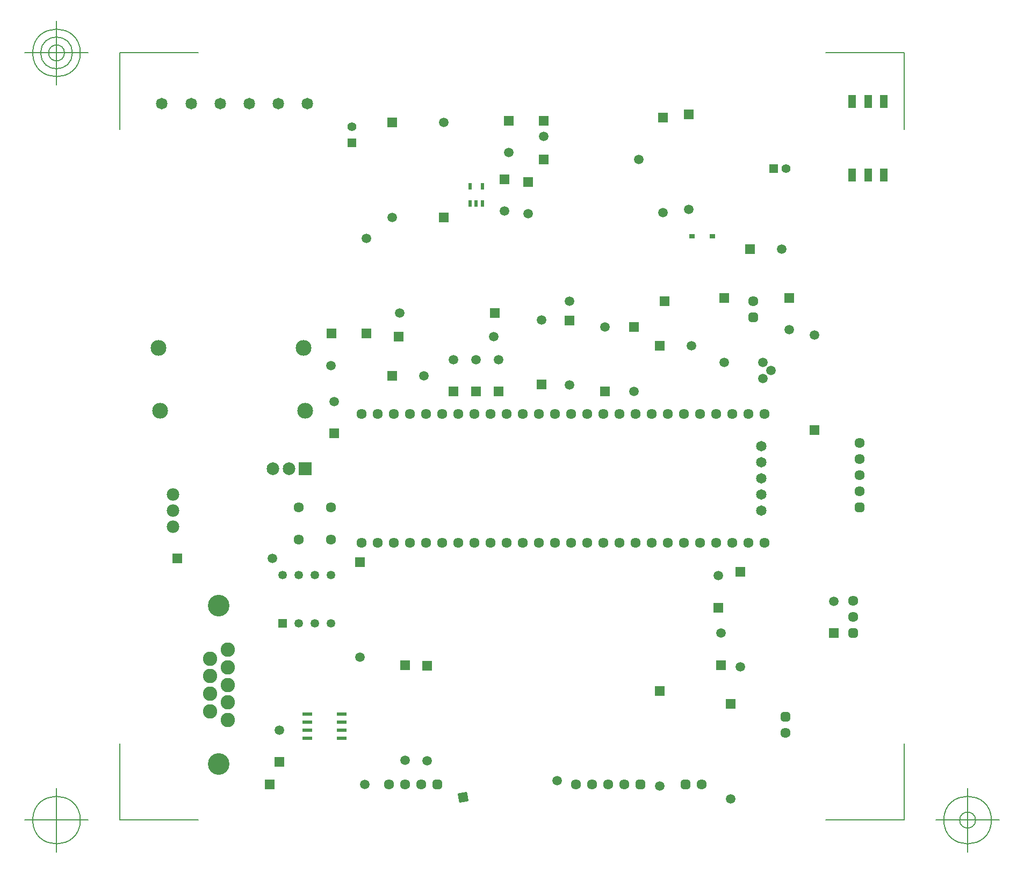
<source format=gbr>
G04 Generated by Ultiboard 13.0 *
%FSLAX34Y34*%
%MOMM*%

%ADD10C,0.0001*%
%ADD11C,0.1270*%
%ADD12C,3.4036*%
%ADD13C,2.2600*%
%ADD14C,1.6088*%
%ADD15C,1.6510*%
%ADD16C,1.5076*%
%ADD17R,0.5291X0.5291*%
%ADD18C,0.9949*%
%ADD19C,1.9898*%
%ADD20C,2.4978*%
%ADD21C,1.5000*%
%ADD22R,1.5000X1.5000*%
%ADD23P,2.1213X4X55*%
%ADD24C,1.9930*%
%ADD25R,1.9930X1.9930*%
%ADD26C,1.8202*%
%ADD27R,0.5500X1.1000*%
%ADD28C,1.4000*%
%ADD29R,1.4000X1.4000*%
%ADD30R,1.1700X2.0800*%
%ADD31R,1.3446X1.3446*%
%ADD32C,1.3446*%
%ADD33R,1.5500X0.6000*%
%ADD34R,0.8200X0.7600*%


G04 ColorRGB FF00CC for the following layer *
%LNSolder Mask Top*%
%LPD*%
G54D10*
G54D11*
X251476Y-91880D02*
X251476Y29107D01*
X251476Y-91880D02*
X375056Y-91880D01*
X1487274Y-91880D02*
X1363694Y-91880D01*
X1487274Y-91880D02*
X1487274Y29107D01*
X1487274Y1117994D02*
X1487274Y997007D01*
X1487274Y1117994D02*
X1363694Y1117994D01*
X251476Y1117994D02*
X375056Y1117994D01*
X251476Y1117994D02*
X251476Y997007D01*
X201476Y-91880D02*
X101476Y-91880D01*
X151476Y-141880D02*
X151476Y-41880D01*
X113976Y-91880D02*
G75*
D01*
G02X113976Y-91880I37500J0*
G01*
X1537274Y-91880D02*
X1637274Y-91880D01*
X1587274Y-141880D02*
X1587274Y-41880D01*
X1549774Y-91880D02*
G75*
D01*
G02X1549774Y-91880I37500J0*
G01*
X1574774Y-91880D02*
G75*
D01*
G02X1574774Y-91880I12500J0*
G01*
X201476Y1117994D02*
X101476Y1117994D01*
X151476Y1067994D02*
X151476Y1167994D01*
X113976Y1117994D02*
G75*
D01*
G02X113976Y1117994I37500J0*
G01*
X126476Y1117994D02*
G75*
D01*
G02X126476Y1117994I25000J0*
G01*
X138976Y1117994D02*
G75*
D01*
G02X138976Y1117994I12500J0*
G01*
G54D12*
X407416Y246380D03*
X407416Y-3556D03*
G54D13*
X421640Y66040D03*
X421640Y93726D03*
X421640Y121412D03*
X421640Y149098D03*
X421640Y176784D03*
X393192Y79883D03*
X393192Y107569D03*
X393192Y135255D03*
X393192Y162941D03*
G54D14*
X632460Y548640D03*
X657860Y548640D03*
X683260Y548640D03*
X708660Y548640D03*
X734060Y548640D03*
X759460Y548640D03*
X784860Y548640D03*
X810260Y548640D03*
X835660Y548640D03*
X861060Y548640D03*
X886460Y548640D03*
X911860Y548640D03*
X937260Y548640D03*
X962660Y548640D03*
X988060Y548640D03*
X1013460Y548640D03*
X1038860Y548640D03*
X1064260Y548640D03*
X1089660Y548640D03*
X1115060Y548640D03*
X1140460Y548640D03*
X1165860Y548640D03*
X1191260Y548640D03*
X1242060Y548640D03*
X632460Y345440D03*
X657860Y345440D03*
X683260Y345440D03*
X708660Y345440D03*
X734060Y345440D03*
X759460Y345440D03*
X784860Y345440D03*
X810260Y345440D03*
X835660Y345440D03*
X861060Y345440D03*
X886460Y345440D03*
X911860Y345440D03*
X937260Y345440D03*
X962660Y345440D03*
X988060Y345440D03*
X1013460Y345440D03*
X1038860Y345440D03*
X1064260Y345440D03*
X1089660Y345440D03*
X1115060Y345440D03*
X1140460Y345440D03*
X1165860Y345440D03*
X1191260Y345440D03*
X1216660Y345440D03*
X1242060Y345440D03*
X1267460Y345440D03*
X1267460Y548640D03*
X1216660Y548640D03*
X584200Y350520D03*
X584200Y401320D03*
X533400Y350520D03*
X533400Y401320D03*
X701040Y-35560D03*
X726440Y-35560D03*
X675640Y-35560D03*
X1046480Y-35560D03*
X1021080Y-35560D03*
X970280Y-35560D03*
X995680Y-35560D03*
X1168400Y-35560D03*
X1300480Y45720D03*
X1249680Y726440D03*
X1417320Y426720D03*
X1417320Y452120D03*
X1417320Y502920D03*
X1417320Y477520D03*
X1407160Y228600D03*
X1407160Y254000D03*
G54D15*
X1262380Y497840D03*
X1262380Y472440D03*
X1262380Y447040D03*
X1262380Y421640D03*
X1262380Y396240D03*
G54D16*
X1264920Y604520D03*
X1277620Y617220D03*
X1264920Y629920D03*
G54D17*
X751840Y-35560D03*
X1071880Y-35560D03*
X1143000Y-35560D03*
X1300480Y71120D03*
X1249680Y701040D03*
X1417320Y401320D03*
X1407160Y203200D03*
G54D18*
X749195Y-38205D02*
X754485Y-38205D01*
X754485Y-32915D01*
X749195Y-32915D01*
X749195Y-38205D01*D02*
X1069235Y-38205D02*
X1074525Y-38205D01*
X1074525Y-32915D01*
X1069235Y-32915D01*
X1069235Y-38205D01*D02*
X1140355Y-38205D02*
X1145645Y-38205D01*
X1145645Y-32915D01*
X1140355Y-32915D01*
X1140355Y-38205D01*D02*
X1297835Y68475D02*
X1303125Y68475D01*
X1303125Y73765D01*
X1297835Y73765D01*
X1297835Y68475D01*D02*
X1247035Y698395D02*
X1252325Y698395D01*
X1252325Y703685D01*
X1247035Y703685D01*
X1247035Y698395D01*D02*
X1414675Y398675D02*
X1419965Y398675D01*
X1419965Y403965D01*
X1414675Y403965D01*
X1414675Y398675D01*D02*
X1404515Y200555D02*
X1409805Y200555D01*
X1409805Y205845D01*
X1404515Y205845D01*
X1404515Y200555D01*D02*
G54D19*
X335280Y370840D03*
X335280Y421640D03*
X335280Y396240D03*
G54D20*
X541123Y652883D03*
X312523Y652883D03*
X543560Y553720D03*
X314960Y553720D03*
G54D21*
X588780Y568160D03*
X1102360Y-38240D03*
X960120Y594360D03*
X915498Y696820D03*
X1016000Y685800D03*
X1061720Y584200D03*
X1152360Y655820D03*
X1198880Y203200D03*
X1229360Y149720D03*
X1194800Y293640D03*
X847860Y634200D03*
X812300Y634200D03*
X776740Y634200D03*
X840880Y670560D03*
X692230Y707470D03*
X730120Y608700D03*
X491710Y321090D03*
X940201Y-29833D03*
X1306060Y681520D03*
X637680Y-35560D03*
X502420Y50000D03*
X701040Y2400D03*
X735250Y1350D03*
X1203960Y629920D03*
X960120Y726740D03*
X1214120Y-58560D03*
X629920Y164960D03*
X1346200Y673240D03*
X1376180Y253200D03*
X640080Y825640D03*
X857020Y868680D03*
X680420Y858520D03*
X762000Y1008520D03*
X1107440Y866000D03*
X1148080Y871080D03*
X1069480Y949960D03*
X864100Y960920D03*
X919480Y985920D03*
X894580Y864400D03*
X584200Y624840D03*
X1294600Y808220D03*
G54D22*
X588780Y518160D03*
X1102360Y111760D03*
X960120Y695960D03*
X915498Y595220D03*
X1016000Y584200D03*
X1061720Y685800D03*
X1102360Y655820D03*
X1198380Y152400D03*
X1229360Y299720D03*
X1194300Y242840D03*
X847860Y584200D03*
X812300Y584200D03*
X776740Y584200D03*
X690880Y670560D03*
X842230Y707470D03*
X680120Y608700D03*
X341710Y321090D03*
X1306060Y731520D03*
X487680Y-35560D03*
X502420Y0D03*
X701040Y152400D03*
X735250Y151350D03*
X1203960Y731520D03*
X1110120Y726740D03*
X1214120Y91440D03*
X629920Y314960D03*
X1346200Y523240D03*
X1376180Y203200D03*
X640080Y675640D03*
X857020Y918680D03*
X680420Y1008520D03*
X762000Y858520D03*
X1107440Y1016000D03*
X1148080Y1021080D03*
X919480Y949960D03*
X864100Y1010920D03*
X919480Y1010920D03*
X894580Y914400D03*
X584700Y675640D03*
X1244600Y808220D03*
G54D23*
X792480Y-55880D03*
G54D24*
X492760Y462280D03*
X518160Y462280D03*
G54D25*
X543560Y462280D03*
G54D26*
X409307Y1038109D03*
X455205Y1038109D03*
X501104Y1038109D03*
X547003Y1038109D03*
X317509Y1038109D03*
X363408Y1038109D03*
G54D27*
X803300Y880580D03*
X812800Y880580D03*
X822300Y880580D03*
X803300Y907580D03*
X822300Y907580D03*
G54D28*
X616680Y1001260D03*
X1301320Y935880D03*
G54D29*
X616680Y976260D03*
X1281320Y935880D03*
G54D30*
X1405434Y1041646D03*
X1430434Y1041646D03*
X1455434Y925046D03*
X1430434Y925046D03*
X1455434Y1041646D03*
X1405434Y925046D03*
G54D31*
X508000Y218440D03*
G54D32*
X533400Y218440D03*
X558800Y218440D03*
X584200Y218440D03*
X508000Y294640D03*
X533400Y294640D03*
X558800Y294640D03*
X584200Y294640D03*
G54D33*
X547040Y36830D03*
X601040Y36830D03*
X547040Y49530D03*
X547040Y62230D03*
X601040Y49530D03*
X601040Y62230D03*
X547040Y74930D03*
X601040Y74930D03*
G54D34*
X1152825Y828565D03*
X1185025Y828565D03*

M02*

</source>
